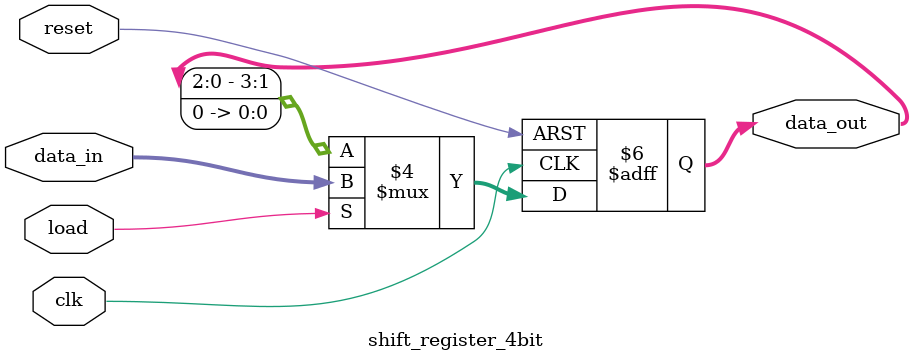
<source format=v>
module shift_register_4bit(
    input clk,
    input reset,
    input [3:0] data_in,
    input load,
    output reg [3:0] data_out
);
    always @(posedge clk or posedge reset) begin
        if (reset) begin
            data_out <= 4'b0000;
        end else if (load) begin
            data_out <= data_in;
        end else begin
            data_out <= data_out << 1; // Shift left by 1 bit
        end
    end
endmodule

</source>
